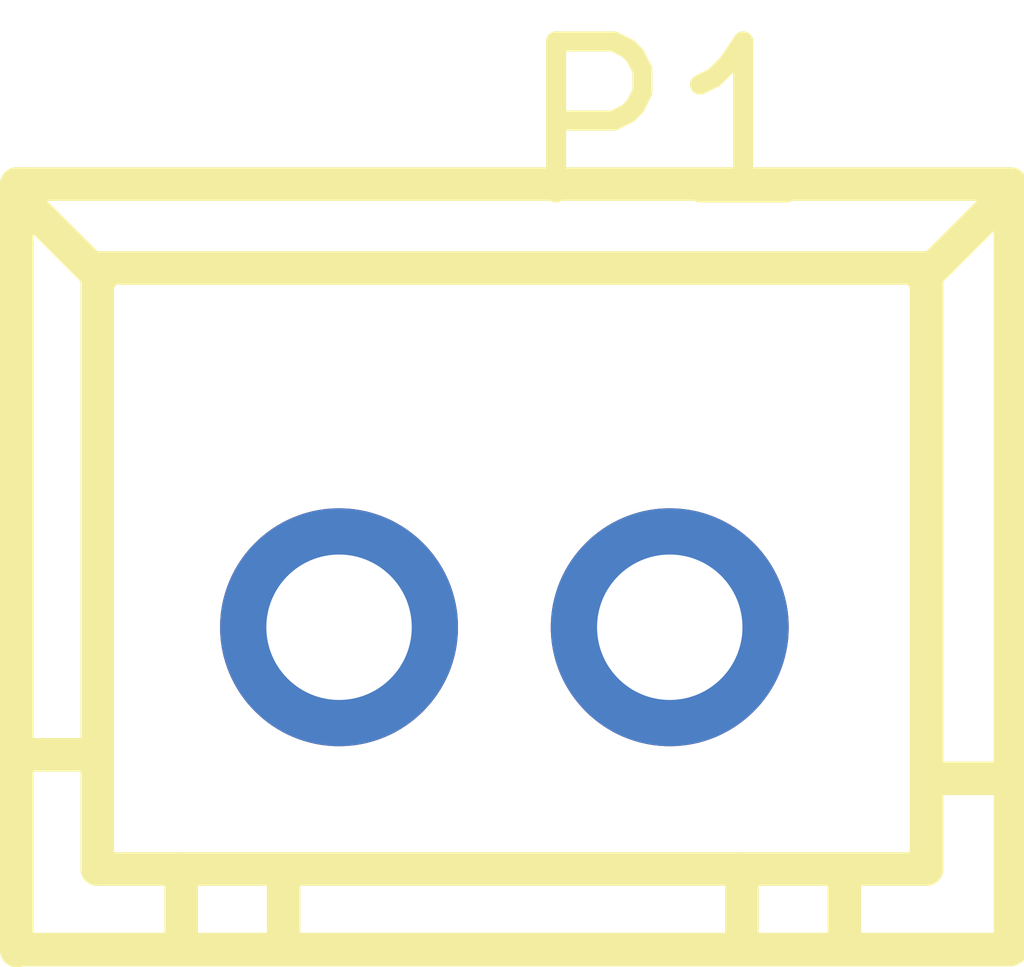
<source format=kicad_pcb>
(kicad_pcb (version 20211014) (generator pcbnew)
  (layers (0 "F.Cu" signal) (31 "B.Cu" signal) (34 "B.Paste" user) (35 "F.Paste" user) (36 "B.SilkS" user "B.Silkscreen") (37 "F.SilkS" user "F.Silkscreen") (38 "B.Mask" user) (39 "F.Mask" user) (44 "Edge.Cuts" user))
  (net 0 "")
  (footprint "easyeda:CONN-TH_XH-2A" (layer "F.Cu") (at 12.7 12.7)
    (fp_text reference "P1" (at 0.019 -3.81) (layer "F.SilkS") (effects (font (size 1.143 1.143) (thickness 0.152)) (justify left)))
    (fp_text value "CONN-TH_XH-2A" hide)
    (fp_line (start 3.194 1.829) (end -3.08 1.829) (layer "F.SilkS") (width 0.254))
    (fp_line (start 3.778 -3.327) (end 3.778 -3.251) (layer "F.SilkS") (width 0.254))
    (fp_line (start 3.219 1.143) (end 3.804 1.143) (layer "F.SilkS") (width 0.254))
    (fp_line (start 3.829 -3.353) (end 3.829 2.438) (layer "F.SilkS") (width 0.254))
    (fp_line (start -3.689 -3.353) (end 3.811 -3.353) (layer "F.SilkS") (width 0.254))
    (fp_line (start -3.08 1.829) (end -3.08 -2.692) (layer "F.SilkS") (width 0.254))
    (fp_line (start -2.445 2.413) (end -2.445 1.829) (layer "F.SilkS") (width 0.254))
    (fp_line (start -3.689 0.965) (end -3.105 0.965) (layer "F.SilkS") (width 0.254))
    (fp_line (start -3.08 -2.692) (end -3.054 -2.692) (layer "F.SilkS") (width 0.254))
    (fp_line (start -3.671 2.438) (end 3.829 2.438) (layer "F.SilkS") (width 0.254))
    (fp_line (start -3.08 -2.718) (end 3.194 -2.718) (layer "F.SilkS") (width 0.254))
    (fp_line (start -3.664 -3.327) (end -3.664 -3.251) (layer "F.SilkS") (width 0.254))
    (fp_line (start -3.664 -3.251) (end -3.054 -2.642) (layer "F.SilkS") (width 0.254))
    (fp_line (start -1.67 2.426) (end -1.67 1.842) (layer "F.SilkS") (width 0.254))
    (fp_line (start 3.194 -2.718) (end 3.194 1.829) (layer "F.SilkS") (width 0.254))
    (fp_line (start 2.572 2.426) (end 2.572 1.842) (layer "F.SilkS") (width 0.254))
    (fp_line (start -3.689 -3.353) (end -3.689 2.447) (layer "F.SilkS") (width 0.254))
    (fp_line (start 1.797 2.413) (end 1.797 1.829) (layer "F.SilkS") (width 0.254))
    (fp_line (start 3.778 -3.251) (end 3.169 -2.642) (layer "F.SilkS") (width 0.254))
    (pad "1" thru_hole circle locked (at -1.251 0) (size 1.8 1.8) (drill 1.1) (layers *.Cu *.Paste *.Mask))
    (pad "2" thru_hole circle locked (at 1.251 0) (size 1.8 1.8) (drill 1.1) (layers *.Cu *.Paste *.Mask))
  )
)
</source>
